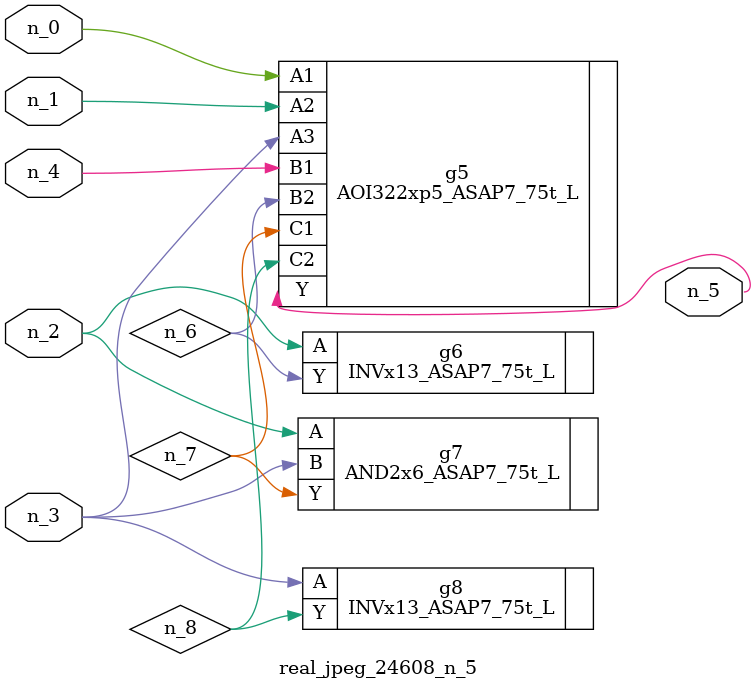
<source format=v>
module real_jpeg_24608_n_5 (n_4, n_0, n_1, n_2, n_3, n_5);

input n_4;
input n_0;
input n_1;
input n_2;
input n_3;

output n_5;

wire n_8;
wire n_6;
wire n_7;

AOI322xp5_ASAP7_75t_L g5 ( 
.A1(n_0),
.A2(n_1),
.A3(n_3),
.B1(n_4),
.B2(n_6),
.C1(n_7),
.C2(n_8),
.Y(n_5)
);

INVx13_ASAP7_75t_L g6 ( 
.A(n_2),
.Y(n_6)
);

AND2x6_ASAP7_75t_L g7 ( 
.A(n_2),
.B(n_3),
.Y(n_7)
);

INVx13_ASAP7_75t_L g8 ( 
.A(n_3),
.Y(n_8)
);


endmodule
</source>
